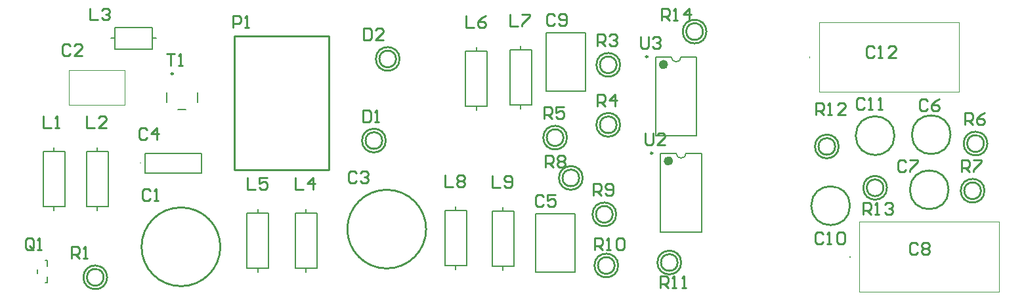
<source format=gto>
G04*
G04 #@! TF.GenerationSoftware,Altium Limited,Altium Designer,25.2.1 (25)*
G04*
G04 Layer_Color=65535*
%FSLAX25Y25*%
%MOIN*%
G70*
G04*
G04 #@! TF.SameCoordinates,C1108634-7D56-49FF-B426-694D52BA22A1*
G04*
G04*
G04 #@! TF.FilePolarity,Positive*
G04*
G01*
G75*
%ADD10C,0.01000*%
%ADD11C,0.00787*%
%ADD12C,0.00394*%
%ADD13C,0.00984*%
%ADD14C,0.02362*%
D10*
X307521Y16000D02*
G03*
X307521Y16000I-6021J0D01*
G01*
X305743D02*
G03*
X305743Y16000I-4243J0D01*
G01*
X337743Y17500D02*
G03*
X337743Y17500I-4243J0D01*
G01*
X339521D02*
G03*
X339521Y17500I-6021J0D01*
G01*
X425243Y46400D02*
G03*
X425243Y46400I-9843J0D01*
G01*
X289521Y60500D02*
G03*
X289521Y60500I-6021J0D01*
G01*
X287743D02*
G03*
X287743Y60500I-4243J0D01*
G01*
X352352Y134916D02*
G03*
X352352Y134916I-6021J0D01*
G01*
X350574D02*
G03*
X350574Y134916I-4243J0D01*
G01*
X475343Y54500D02*
G03*
X475343Y54500I-9843J0D01*
G01*
X442243Y55500D02*
G03*
X442243Y55500I-4243J0D01*
G01*
X444021D02*
G03*
X444021Y55500I-6021J0D01*
G01*
X210000Y34500D02*
G03*
X210000Y34500I-20000J0D01*
G01*
X447843Y82000D02*
G03*
X447843Y82000I-9843J0D01*
G01*
X476342Y82500D02*
G03*
X476342Y82500I-9843J0D01*
G01*
X491743Y54000D02*
G03*
X491743Y54000I-4243J0D01*
G01*
X493521D02*
G03*
X493521Y54000I-6021J0D01*
G01*
X493243Y78000D02*
G03*
X493243Y78000I-4243J0D01*
G01*
X495021D02*
G03*
X495021Y78000I-6021J0D01*
G01*
X417743Y76500D02*
G03*
X417743Y76500I-4243J0D01*
G01*
X419521D02*
G03*
X419521Y76500I-6021J0D01*
G01*
X194743Y121000D02*
G03*
X194743Y121000I-4243J0D01*
G01*
X196521D02*
G03*
X196521Y121000I-6021J0D01*
G01*
X306743Y118000D02*
G03*
X306743Y118000I-4243J0D01*
G01*
X308521D02*
G03*
X308521Y118000I-6021J0D01*
G01*
X279743Y81000D02*
G03*
X279743Y81000I-4243J0D01*
G01*
X281521D02*
G03*
X281521Y81000I-6021J0D01*
G01*
X306743Y87500D02*
G03*
X306743Y87500I-4243J0D01*
G01*
X308521D02*
G03*
X308521Y87500I-6021J0D01*
G01*
X304743Y42000D02*
G03*
X304743Y42000I-4243J0D01*
G01*
X306521D02*
G03*
X306521Y42000I-6021J0D01*
G01*
X189521Y79500D02*
G03*
X189521Y79500I-6021J0D01*
G01*
X187743D02*
G03*
X187743Y79500I-4243J0D01*
G01*
X105500Y25500D02*
G03*
X105500Y25500I-20000J0D01*
G01*
X46243Y10000D02*
G03*
X46243Y10000I-4243J0D01*
G01*
X48021D02*
G03*
X48021Y10000I-6021J0D01*
G01*
X112500Y64500D02*
Y132500D01*
X160500Y64500D02*
Y132500D01*
X112500D02*
X160500D01*
X112500Y64500D02*
X160500D01*
X295502Y24001D02*
Y29999D01*
X298501D01*
X299501Y28999D01*
Y27000D01*
X298501Y26000D01*
X295502D01*
X297502D02*
X299501Y24001D01*
X301501D02*
X303500D01*
X302500D01*
Y29999D01*
X301501Y28999D01*
X306499D02*
X307499Y29999D01*
X309498D01*
X310498Y28999D01*
Y25001D01*
X309498Y24001D01*
X307499D01*
X306499Y25001D01*
Y28999D01*
X329002Y4501D02*
Y10499D01*
X332001D01*
X333001Y9499D01*
Y7500D01*
X332001Y6500D01*
X329002D01*
X331001D02*
X333001Y4501D01*
X335000D02*
X337000D01*
X336000D01*
Y10499D01*
X335000Y9499D01*
X339999Y4501D02*
X341998D01*
X340998D01*
Y10499D01*
X339999Y9499D01*
X411501Y31999D02*
X410501Y32999D01*
X408502D01*
X407502Y31999D01*
Y28001D01*
X408502Y27001D01*
X410501D01*
X411501Y28001D01*
X413500Y27001D02*
X415500D01*
X414500D01*
Y32999D01*
X413500Y31999D01*
X418499D02*
X419498Y32999D01*
X421498D01*
X422498Y31999D01*
Y28001D01*
X421498Y27001D01*
X419498D01*
X418499Y28001D01*
Y31999D01*
X270502Y66001D02*
Y71999D01*
X273501D01*
X274500Y70999D01*
Y69000D01*
X273501Y68000D01*
X270502D01*
X272501D02*
X274500Y66001D01*
X276500Y70999D02*
X277499Y71999D01*
X279499D01*
X280498Y70999D01*
Y70000D01*
X279499Y69000D01*
X280498Y68000D01*
Y67001D01*
X279499Y66001D01*
X277499D01*
X276500Y67001D01*
Y68000D01*
X277499Y69000D01*
X276500Y70000D01*
Y70999D01*
X277499Y69000D02*
X279499D01*
X329502Y140501D02*
Y146499D01*
X332502D01*
X333501Y145499D01*
Y143500D01*
X332502Y142500D01*
X329502D01*
X331502D02*
X333501Y140501D01*
X335501D02*
X337500D01*
X336500D01*
Y146499D01*
X335501Y145499D01*
X343498Y140501D02*
Y146499D01*
X340499Y143500D01*
X344498D01*
X437501Y126499D02*
X436502Y127499D01*
X434502D01*
X433502Y126499D01*
Y122501D01*
X434502Y121501D01*
X436502D01*
X437501Y122501D01*
X439501Y121501D02*
X441500D01*
X440500D01*
Y127499D01*
X439501Y126499D01*
X448498Y121501D02*
X444499D01*
X448498Y125500D01*
Y126499D01*
X447498Y127499D01*
X445499D01*
X444499Y126499D01*
X453500Y68499D02*
X452501Y69499D01*
X450501D01*
X449502Y68499D01*
Y64501D01*
X450501Y63501D01*
X452501D01*
X453500Y64501D01*
X455500Y69499D02*
X459498D01*
Y68499D01*
X455500Y64501D01*
Y63501D01*
X432002Y42001D02*
Y47999D01*
X435002D01*
X436001Y46999D01*
Y45000D01*
X435002Y44000D01*
X432002D01*
X434002D02*
X436001Y42001D01*
X438000D02*
X440000D01*
X439000D01*
Y47999D01*
X438000Y46999D01*
X442999D02*
X443998Y47999D01*
X445998D01*
X446998Y46999D01*
Y46000D01*
X445998Y45000D01*
X444998D01*
X445998D01*
X446998Y44000D01*
Y43001D01*
X445998Y42001D01*
X443998D01*
X442999Y43001D01*
X459500Y26499D02*
X458501Y27499D01*
X456501D01*
X455502Y26499D01*
Y22501D01*
X456501Y21501D01*
X458501D01*
X459500Y22501D01*
X461500Y26499D02*
X462499Y27499D01*
X464499D01*
X465498Y26499D01*
Y25500D01*
X464499Y24500D01*
X465498Y23500D01*
Y22501D01*
X464499Y21501D01*
X462499D01*
X461500Y22501D01*
Y23500D01*
X462499Y24500D01*
X461500Y25500D01*
Y26499D01*
X462499Y24500D02*
X464499D01*
X112000Y137000D02*
Y142998D01*
X114999D01*
X115999Y141998D01*
Y139999D01*
X114999Y138999D01*
X112000D01*
X117998Y137000D02*
X119997D01*
X118998D01*
Y142998D01*
X117998Y141998D01*
X68199Y85098D02*
X67199Y86098D01*
X65200D01*
X64200Y85098D01*
Y81100D01*
X65200Y80100D01*
X67199D01*
X68199Y81100D01*
X73197Y80100D02*
Y86098D01*
X70198Y83099D01*
X74197D01*
X464500Y99499D02*
X463501Y100499D01*
X461501D01*
X460502Y99499D01*
Y95501D01*
X461501Y94501D01*
X463501D01*
X464500Y95501D01*
X470498Y100499D02*
X468499Y99499D01*
X466500Y97500D01*
Y95501D01*
X467499Y94501D01*
X469499D01*
X470498Y95501D01*
Y96500D01*
X469499Y97500D01*
X466500D01*
X408000Y92700D02*
Y98698D01*
X410999D01*
X411999Y97698D01*
Y95699D01*
X410999Y94699D01*
X408000D01*
X409999D02*
X411999Y92700D01*
X413998D02*
X415997D01*
X414998D01*
Y98698D01*
X413998Y97698D01*
X422995Y92700D02*
X418996D01*
X422995Y96699D01*
Y97698D01*
X421995Y98698D01*
X419996D01*
X418996Y97698D01*
X482000Y63500D02*
Y69498D01*
X484999D01*
X485999Y68498D01*
Y66499D01*
X484999Y65499D01*
X482000D01*
X483999D02*
X485999Y63500D01*
X487998Y69498D02*
X491997D01*
Y68498D01*
X487998Y64500D01*
Y63500D01*
X483500Y87500D02*
Y93498D01*
X486499D01*
X487499Y92498D01*
Y90499D01*
X486499Y89499D01*
X483500D01*
X485499D02*
X487499Y87500D01*
X493497Y93498D02*
X491497Y92498D01*
X489498Y90499D01*
Y88500D01*
X490498Y87500D01*
X492497D01*
X493497Y88500D01*
Y89499D01*
X492497Y90499D01*
X489498D01*
X432699Y100298D02*
X431699Y101298D01*
X429700D01*
X428700Y100298D01*
Y96300D01*
X429700Y95300D01*
X431699D01*
X432699Y96300D01*
X434698Y95300D02*
X436697D01*
X435698D01*
Y101298D01*
X434698Y100298D01*
X439696Y95300D02*
X441696D01*
X440696D01*
Y101298D01*
X439696Y100298D01*
X318800Y132198D02*
Y127200D01*
X319800Y126200D01*
X321799D01*
X322799Y127200D01*
Y132198D01*
X324798Y131198D02*
X325798Y132198D01*
X327797D01*
X328797Y131198D01*
Y130199D01*
X327797Y129199D01*
X326797D01*
X327797D01*
X328797Y128199D01*
Y127200D01*
X327797Y126200D01*
X325798D01*
X324798Y127200D01*
X321300Y83198D02*
Y78200D01*
X322300Y77200D01*
X324299D01*
X325299Y78200D01*
Y83198D01*
X331297Y77200D02*
X327298D01*
X331297Y81199D01*
Y82198D01*
X330297Y83198D01*
X328298D01*
X327298Y82198D01*
X78400Y123498D02*
X82399D01*
X80399D01*
Y117500D01*
X84398D02*
X86397D01*
X85398D01*
Y123498D01*
X84398Y122498D01*
X295000Y51500D02*
Y57498D01*
X297999D01*
X298999Y56498D01*
Y54499D01*
X297999Y53499D01*
X295000D01*
X296999D02*
X298999Y51500D01*
X300998Y52500D02*
X301998Y51500D01*
X303997D01*
X304997Y52500D01*
Y56498D01*
X303997Y57498D01*
X301998D01*
X300998Y56498D01*
Y55499D01*
X301998Y54499D01*
X304997D01*
X270000Y90500D02*
Y96498D01*
X272999D01*
X273999Y95498D01*
Y93499D01*
X272999Y92499D01*
X270000D01*
X271999D02*
X273999Y90500D01*
X279997Y96498D02*
X275998D01*
Y93499D01*
X277997Y94499D01*
X278997D01*
X279997Y93499D01*
Y91500D01*
X278997Y90500D01*
X276998D01*
X275998Y91500D01*
X297000Y97000D02*
Y102998D01*
X299999D01*
X300999Y101998D01*
Y99999D01*
X299999Y98999D01*
X297000D01*
X298999D02*
X300999Y97000D01*
X305997D02*
Y102998D01*
X302998Y99999D01*
X306997D01*
X297000Y127500D02*
Y133498D01*
X299999D01*
X300999Y132498D01*
Y130499D01*
X299999Y129499D01*
X297000D01*
X298999D02*
X300999Y127500D01*
X302998Y132498D02*
X303998Y133498D01*
X305997D01*
X306997Y132498D01*
Y131499D01*
X305997Y130499D01*
X304997D01*
X305997D01*
X306997Y129499D01*
Y128500D01*
X305997Y127500D01*
X303998D01*
X302998Y128500D01*
X29800Y19500D02*
Y25498D01*
X32799D01*
X33799Y24498D01*
Y22499D01*
X32799Y21499D01*
X29800D01*
X31799D02*
X33799Y19500D01*
X35798D02*
X37797D01*
X36798D01*
Y25498D01*
X35798Y24498D01*
X10499Y25100D02*
Y29098D01*
X9499Y30098D01*
X7500D01*
X6500Y29098D01*
Y25100D01*
X7500Y24100D01*
X9499D01*
X8499Y26099D02*
X10499Y24100D01*
X9499D02*
X10499Y25100D01*
X12498Y24100D02*
X14497D01*
X13498D01*
Y30098D01*
X12498Y29098D01*
X243700Y61598D02*
Y55600D01*
X247699D01*
X249698Y56600D02*
X250698Y55600D01*
X252697D01*
X253697Y56600D01*
Y60598D01*
X252697Y61598D01*
X250698D01*
X249698Y60598D01*
Y59599D01*
X250698Y58599D01*
X253697D01*
X219700Y62098D02*
Y56100D01*
X223699D01*
X225698Y61098D02*
X226698Y62098D01*
X228697D01*
X229697Y61098D01*
Y60099D01*
X228697Y59099D01*
X229697Y58099D01*
Y57100D01*
X228697Y56100D01*
X226698D01*
X225698Y57100D01*
Y58099D01*
X226698Y59099D01*
X225698Y60099D01*
Y61098D01*
X226698Y59099D02*
X228697D01*
X252700Y143598D02*
Y137600D01*
X256699D01*
X258698Y143598D02*
X262697D01*
Y142598D01*
X258698Y138600D01*
Y137600D01*
X230200Y143098D02*
Y137100D01*
X234199D01*
X240197Y143098D02*
X238197Y142098D01*
X236198Y140099D01*
Y138100D01*
X237198Y137100D01*
X239197D01*
X240197Y138100D01*
Y139099D01*
X239197Y140099D01*
X236198D01*
X119200Y60598D02*
Y54600D01*
X123199D01*
X129197Y60598D02*
X125198D01*
Y57599D01*
X127197Y58599D01*
X128197D01*
X129197Y57599D01*
Y55600D01*
X128197Y54600D01*
X126198D01*
X125198Y55600D01*
X143700Y60598D02*
Y54600D01*
X147699D01*
X152697D02*
Y60598D01*
X149698Y57599D01*
X153697D01*
X39400Y146798D02*
Y140800D01*
X43399D01*
X45398Y145798D02*
X46398Y146798D01*
X48397D01*
X49397Y145798D01*
Y144799D01*
X48397Y143799D01*
X47397D01*
X48397D01*
X49397Y142799D01*
Y141800D01*
X48397Y140800D01*
X46398D01*
X45398Y141800D01*
X37700Y92098D02*
Y86100D01*
X41699D01*
X47697D02*
X43698D01*
X47697Y90099D01*
Y91098D01*
X46697Y92098D01*
X44698D01*
X43698Y91098D01*
X15700Y92098D02*
Y86100D01*
X19699D01*
X21698D02*
X23697D01*
X22698D01*
Y92098D01*
X21698Y91098D01*
X178300Y136498D02*
Y130500D01*
X181299D01*
X182299Y131500D01*
Y135498D01*
X181299Y136498D01*
X178300D01*
X188297Y130500D02*
X184298D01*
X188297Y134499D01*
Y135498D01*
X187297Y136498D01*
X185298D01*
X184298Y135498D01*
X178000Y94998D02*
Y89000D01*
X180999D01*
X181999Y90000D01*
Y93998D01*
X180999Y94998D01*
X178000D01*
X183998Y89000D02*
X185997D01*
X184998D01*
Y94998D01*
X183998Y93998D01*
X275199Y143098D02*
X274199Y144098D01*
X272200D01*
X271200Y143098D01*
Y139100D01*
X272200Y138100D01*
X274199D01*
X275199Y139100D01*
X277198D02*
X278198Y138100D01*
X280197D01*
X281197Y139100D01*
Y143098D01*
X280197Y144098D01*
X278198D01*
X277198Y143098D01*
Y142099D01*
X278198Y141099D01*
X281197D01*
X269699Y51098D02*
X268699Y52098D01*
X266700D01*
X265700Y51098D01*
Y47100D01*
X266700Y46100D01*
X268699D01*
X269699Y47100D01*
X275697Y52098D02*
X271698D01*
Y49099D01*
X273697Y50099D01*
X274697D01*
X275697Y49099D01*
Y47100D01*
X274697Y46100D01*
X272698D01*
X271698Y47100D01*
X174499Y62998D02*
X173499Y63998D01*
X171500D01*
X170500Y62998D01*
Y59000D01*
X171500Y58000D01*
X173499D01*
X174499Y59000D01*
X176498Y62998D02*
X177498Y63998D01*
X179497D01*
X180497Y62998D01*
Y61999D01*
X179497Y60999D01*
X178497D01*
X179497D01*
X180497Y59999D01*
Y59000D01*
X179497Y58000D01*
X177498D01*
X176498Y59000D01*
X29399Y127498D02*
X28399Y128498D01*
X26400D01*
X25400Y127498D01*
Y123500D01*
X26400Y122500D01*
X28399D01*
X29399Y123500D01*
X35397Y122500D02*
X31398D01*
X35397Y126499D01*
Y127498D01*
X34397Y128498D01*
X32398D01*
X31398Y127498D01*
X69999Y53998D02*
X68999Y54998D01*
X67000D01*
X66000Y53998D01*
Y50000D01*
X67000Y49000D01*
X68999D01*
X69999Y50000D01*
X71998Y49000D02*
X73997D01*
X72998D01*
Y54998D01*
X71998Y53998D01*
D11*
X404870Y122000D02*
G03*
X404870Y121606I0J-197D01*
G01*
D02*
G03*
X404870Y122000I0J197D01*
G01*
D02*
G03*
X404870Y121606I0J-197D01*
G01*
X425370Y20500D02*
G03*
X425370Y20106I0J-197D01*
G01*
D02*
G03*
X425370Y20500I0J197D01*
G01*
D02*
G03*
X425370Y20106I0J-197D01*
G01*
X334500Y122079D02*
G03*
X339500Y122079I2500J0D01*
G01*
X337000Y73079D02*
G03*
X342000Y73079I2500J0D01*
G01*
X67287Y63079D02*
Y72921D01*
Y63079D02*
X96028D01*
Y72921D01*
X67287D02*
X96028D01*
X93800Y98980D02*
Y104020D01*
X83972Y95250D02*
X88028D01*
X78200Y98980D02*
Y104020D01*
X326567Y81921D02*
X347433D01*
X339500Y122079D02*
X347433D01*
X326567D02*
X334500D01*
X347433Y81921D02*
Y122079D01*
X326567Y81921D02*
Y122079D01*
X71000Y126008D02*
Y136992D01*
X52000Y126008D02*
X71000D01*
X52000Y136992D02*
X71000D01*
Y131500D02*
X73008D01*
X49992D02*
X52000D01*
Y126008D02*
Y136992D01*
X329067Y32921D02*
Y73079D01*
X349933Y32921D02*
Y73079D01*
X329067D02*
X337000D01*
X342000D02*
X349933D01*
X329067Y32921D02*
X349933D01*
X258000Y125496D02*
Y127504D01*
Y95496D02*
Y97504D01*
X252508D02*
X263492D01*
Y125496D01*
X252508D02*
X263492D01*
X252508Y97504D02*
Y125496D01*
X235500Y124996D02*
Y127004D01*
Y94996D02*
Y97004D01*
X230008D02*
X240992D01*
Y124996D01*
X230008D02*
X240992D01*
X230008Y97004D02*
Y124996D01*
X265461Y12736D02*
X285539D01*
Y42264D01*
X265461D02*
X285539D01*
X265461Y12736D02*
Y42264D01*
X249000Y43555D02*
Y45563D01*
Y13555D02*
Y15563D01*
X243508D02*
X254492D01*
Y43555D01*
X243508D02*
X254492D01*
X243508Y15563D02*
Y43555D01*
X225000Y43996D02*
Y46004D01*
Y13996D02*
Y16004D01*
X219508D02*
X230492D01*
Y43996D01*
X219508D02*
X230492D01*
X219508Y16004D02*
Y43996D01*
X270961Y104736D02*
X291039D01*
Y134264D01*
X270961D02*
X291039D01*
X270961Y104736D02*
Y134264D01*
X12661Y11953D02*
Y14047D01*
X16507Y7291D02*
X17779D01*
Y15693D02*
Y18709D01*
Y7291D02*
Y10307D01*
X16507Y18709D02*
X17779D01*
X124500Y42555D02*
Y44563D01*
Y12555D02*
Y14563D01*
X119008D02*
X129992D01*
Y42555D01*
X119008D02*
X129992D01*
X119008Y14563D02*
Y42555D01*
X149000D02*
Y44563D01*
Y12555D02*
Y14563D01*
X143508D02*
X154492D01*
Y42555D01*
X143508D02*
X154492D01*
X143508Y14563D02*
Y42555D01*
X43000Y73996D02*
Y76004D01*
Y43996D02*
Y46004D01*
X37508D02*
X48492D01*
Y73996D01*
X37508D02*
X48492D01*
X37508Y46004D02*
Y73996D01*
X21000D02*
Y76004D01*
Y43996D02*
Y46004D01*
X15508D02*
X26492D01*
Y73996D01*
X15508D02*
X26492D01*
X15508Y46004D02*
Y73996D01*
D12*
X65122Y68000D02*
G03*
X64728Y68000I-197J0D01*
G01*
D02*
G03*
X65122Y68000I197J0D01*
G01*
X409595Y104283D02*
Y139717D01*
Y104283D02*
X480461D01*
Y139717D01*
X409595D02*
X480461D01*
X430094Y2783D02*
Y38217D01*
Y2783D02*
X500961D01*
Y38217D01*
X430094D02*
X500961D01*
X28484Y115358D02*
X56831D01*
Y97642D02*
Y115358D01*
X28484Y97642D02*
X56831D01*
X28484D02*
Y115358D01*
D13*
X81546Y113469D02*
G03*
X81546Y113469I-492J0D01*
G01*
X322492Y122118D02*
G03*
X322492Y122118I-492J0D01*
G01*
X324992Y73118D02*
G03*
X324992Y73118I-492J0D01*
G01*
D14*
X331685Y118142D02*
G03*
X331685Y118142I-1181J0D01*
G01*
X334185Y69142D02*
G03*
X334185Y69142I-1181J0D01*
G01*
M02*

</source>
